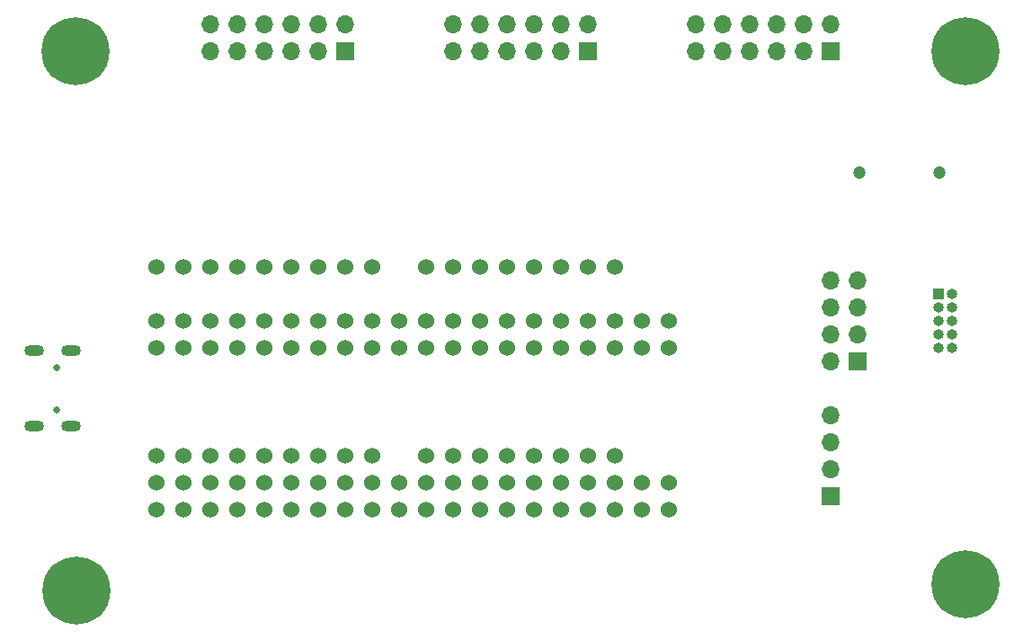
<source format=gbr>
%TF.GenerationSoftware,KiCad,Pcbnew,5.1.10*%
%TF.CreationDate,2021-09-24T20:41:10+02:00*%
%TF.ProjectId,ucdev_board,75636465-765f-4626-9f61-72642e6b6963,rev?*%
%TF.SameCoordinates,Original*%
%TF.FileFunction,Soldermask,Bot*%
%TF.FilePolarity,Negative*%
%FSLAX46Y46*%
G04 Gerber Fmt 4.6, Leading zero omitted, Abs format (unit mm)*
G04 Created by KiCad (PCBNEW 5.1.10) date 2021-09-24 20:41:10*
%MOMM*%
%LPD*%
G01*
G04 APERTURE LIST*
%ADD10C,0.650000*%
%ADD11O,1.850000X1.050000*%
%ADD12C,1.200000*%
%ADD13O,1.000000X1.000000*%
%ADD14R,1.000000X1.000000*%
%ADD15C,1.524000*%
%ADD16C,0.800000*%
%ADD17C,6.400000*%
%ADD18O,1.700000X1.700000*%
%ADD19R,1.700000X1.700000*%
G04 APERTURE END LIST*
D10*
%TO.C,J8*%
X56680000Y-60230000D03*
X56680000Y-64230000D03*
D11*
X58000000Y-65780000D03*
X58000000Y-58655000D03*
X54550000Y-58655000D03*
X54550000Y-65805000D03*
%TD*%
D12*
%TO.C,BT1*%
X139790000Y-41910000D03*
X132290000Y-41910000D03*
%TD*%
D13*
%TO.C,JTAG1*%
X140970000Y-58420000D03*
X139700000Y-58420000D03*
X140970000Y-57150000D03*
X139700000Y-57150000D03*
X140970000Y-55880000D03*
X139700000Y-55880000D03*
X140970000Y-54610000D03*
X139700000Y-54610000D03*
X140970000Y-53340000D03*
D14*
X139700000Y-53340000D03*
%TD*%
D15*
%TO.C,U2*%
X66040000Y-58420000D03*
X68580000Y-58420000D03*
X71120000Y-58420000D03*
X73660000Y-58420000D03*
X76200000Y-58420000D03*
X78740000Y-58420000D03*
X81280000Y-58420000D03*
X83820000Y-58420000D03*
X86360000Y-58420000D03*
X88900000Y-58420000D03*
X91440000Y-58420000D03*
X93980000Y-58420000D03*
X96520000Y-58420000D03*
X99060000Y-58420000D03*
X101600000Y-58420000D03*
X104140000Y-58420000D03*
X106680000Y-58420000D03*
X109220000Y-58420000D03*
X111760000Y-58420000D03*
X114300000Y-58420000D03*
X114300000Y-73660000D03*
X111760000Y-73660000D03*
X109220000Y-73660000D03*
X106680000Y-73660000D03*
X104140000Y-73660000D03*
X101600000Y-73660000D03*
X99060000Y-73660000D03*
X96520000Y-73660000D03*
X93980000Y-73660000D03*
X91440000Y-73660000D03*
X88900000Y-73660000D03*
X86360000Y-73660000D03*
X83820000Y-73660000D03*
X81280000Y-73660000D03*
X78740000Y-73660000D03*
X76200000Y-73660000D03*
X73660000Y-73660000D03*
X71120000Y-73660000D03*
X68580000Y-73660000D03*
X66040000Y-73660000D03*
%TD*%
D16*
%TO.C,H4*%
X143937056Y-78947944D03*
X142240000Y-78245000D03*
X140542944Y-78947944D03*
X139840000Y-80645000D03*
X140542944Y-82342056D03*
X142240000Y-83045000D03*
X143937056Y-82342056D03*
X144640000Y-80645000D03*
D17*
X142240000Y-80645000D03*
%TD*%
D16*
%TO.C,H3*%
X60257056Y-79582944D03*
X58560000Y-78880000D03*
X56862944Y-79582944D03*
X56160000Y-81280000D03*
X56862944Y-82977056D03*
X58560000Y-83680000D03*
X60257056Y-82977056D03*
X60960000Y-81280000D03*
D17*
X58560000Y-81280000D03*
%TD*%
D16*
%TO.C,H2*%
X143937056Y-28782944D03*
X142240000Y-28080000D03*
X140542944Y-28782944D03*
X139840000Y-30480000D03*
X140542944Y-32177056D03*
X142240000Y-32880000D03*
X143937056Y-32177056D03*
X144640000Y-30480000D03*
D17*
X142240000Y-30480000D03*
%TD*%
D16*
%TO.C,H1*%
X60117056Y-28782944D03*
X58420000Y-28080000D03*
X56722944Y-28782944D03*
X56020000Y-30480000D03*
X56722944Y-32177056D03*
X58420000Y-32880000D03*
X60117056Y-32177056D03*
X60820000Y-30480000D03*
D17*
X58420000Y-30480000D03*
%TD*%
D18*
%TO.C,PMOD4*%
X116840000Y-27940000D03*
X116840000Y-30480000D03*
X119380000Y-27940000D03*
X119380000Y-30480000D03*
X121920000Y-27940000D03*
X121920000Y-30480000D03*
X124460000Y-27940000D03*
X124460000Y-30480000D03*
X127000000Y-27940000D03*
X127000000Y-30480000D03*
X129540000Y-27940000D03*
D19*
X129540000Y-30480000D03*
%TD*%
D18*
%TO.C,PMOD3*%
X93980000Y-27940000D03*
X93980000Y-30480000D03*
X96520000Y-27940000D03*
X96520000Y-30480000D03*
X99060000Y-27940000D03*
X99060000Y-30480000D03*
X101600000Y-27940000D03*
X101600000Y-30480000D03*
X104140000Y-27940000D03*
X104140000Y-30480000D03*
X106680000Y-27940000D03*
D19*
X106680000Y-30480000D03*
%TD*%
D18*
%TO.C,PMOD2*%
X71120000Y-27940000D03*
X71120000Y-30480000D03*
X73660000Y-27940000D03*
X73660000Y-30480000D03*
X76200000Y-27940000D03*
X76200000Y-30480000D03*
X78740000Y-27940000D03*
X78740000Y-30480000D03*
X81280000Y-27940000D03*
X81280000Y-30480000D03*
X83820000Y-27940000D03*
D19*
X83820000Y-30480000D03*
%TD*%
D18*
%TO.C,J3*%
X129540000Y-52070000D03*
X132080000Y-52070000D03*
X129540000Y-54610000D03*
X132080000Y-54610000D03*
X129540000Y-57150000D03*
X132080000Y-57150000D03*
X129540000Y-59690000D03*
D19*
X132080000Y-59690000D03*
%TD*%
D18*
%TO.C,J2*%
X129540000Y-64770000D03*
X129540000Y-67310000D03*
X129540000Y-69850000D03*
D19*
X129540000Y-72390000D03*
%TD*%
D15*
%TO.C,U3*%
X66040000Y-50800000D03*
X68580000Y-50800000D03*
X71120000Y-50800000D03*
X73660000Y-50800000D03*
X76200000Y-50800000D03*
X78740000Y-50800000D03*
X81280000Y-50800000D03*
X83820000Y-50800000D03*
X86360000Y-50800000D03*
X91440000Y-50800000D03*
X93980000Y-50800000D03*
X96520000Y-50800000D03*
X99060000Y-50800000D03*
X101600000Y-50800000D03*
X104140000Y-50800000D03*
X106680000Y-50800000D03*
X109220000Y-50800000D03*
X109220000Y-68580000D03*
X106680000Y-68580000D03*
X101600000Y-68580000D03*
X99060000Y-68580000D03*
X96520000Y-68580000D03*
X93980000Y-68580000D03*
X91440000Y-68580000D03*
X86360000Y-68580000D03*
X83820000Y-68580000D03*
X81280000Y-68580000D03*
X78740000Y-68580000D03*
X76200000Y-68580000D03*
X73660000Y-68580000D03*
X71120000Y-68580000D03*
X68580000Y-68580000D03*
X66040000Y-68580000D03*
X104140000Y-68580000D03*
%TD*%
%TO.C,U1*%
X66040000Y-55880000D03*
X68580000Y-55880000D03*
X71120000Y-55880000D03*
X73660000Y-55880000D03*
X76200000Y-55880000D03*
X78740000Y-55880000D03*
X81280000Y-55880000D03*
X83820000Y-55880000D03*
X86360000Y-55880000D03*
X88900000Y-55880000D03*
X91440000Y-55880000D03*
X93980000Y-55880000D03*
X96520000Y-55880000D03*
X99060000Y-55880000D03*
X101600000Y-55880000D03*
X104140000Y-55880000D03*
X106680000Y-55880000D03*
X109220000Y-55880000D03*
X111760000Y-55880000D03*
X114300000Y-55880000D03*
X114300000Y-71120000D03*
X111760000Y-71120000D03*
X109220000Y-71120000D03*
X106680000Y-71120000D03*
X104140000Y-71120000D03*
X101600000Y-71120000D03*
X99060000Y-71120000D03*
X96520000Y-71120000D03*
X93980000Y-71120000D03*
X91440000Y-71120000D03*
X88900000Y-71120000D03*
X86360000Y-71120000D03*
X83820000Y-71120000D03*
X81280000Y-71120000D03*
X78740000Y-71120000D03*
X76200000Y-71120000D03*
X73660000Y-71120000D03*
X71120000Y-71120000D03*
X68580000Y-71120000D03*
X66040000Y-71120000D03*
%TD*%
M02*

</source>
